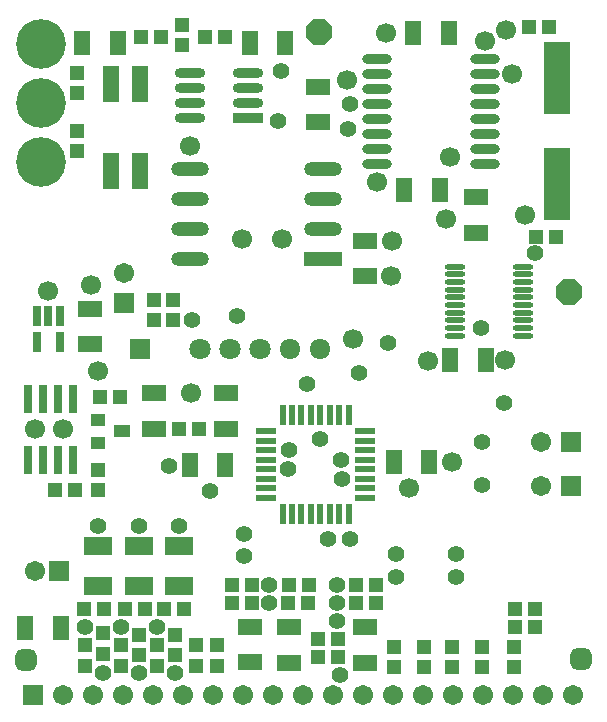
<source format=gts>
G04 Layer_Color=8388736*
%FSLAX44Y44*%
%MOMM*%
G71*
G01*
G75*
%ADD51R,2.3368X1.6256*%
%ADD52R,1.4532X3.0532*%
%ADD53R,2.2032X6.2032*%
%ADD54R,1.3032X1.2032*%
%ADD55R,1.2032X1.3032*%
%ADD56R,1.4224X2.0828*%
%ADD57R,0.7532X1.6532*%
%ADD58R,0.7532X1.6532*%
%ADD59R,0.8032X2.4032*%
%ADD60R,0.8032X2.4032*%
%ADD61R,0.6000X1.7500*%
%ADD62R,1.7500X0.6000*%
%ADD63O,3.2032X1.2032*%
%ADD64R,3.2032X1.2032*%
%ADD65O,2.5908X0.8382*%
%ADD66R,2.5908X0.8382*%
%ADD67O,2.5032X0.8032*%
%ADD68O,1.8000X0.4500*%
%ADD69R,2.0828X1.4224*%
%ADD70R,1.4732X1.0668*%
%ADD71R,1.2192X1.0668*%
G04:AMPARAMS|DCode=72|XSize=1.8032mm|YSize=1.8032mm|CornerRadius=0.5016mm|HoleSize=0mm|Usage=FLASHONLY|Rotation=0.000|XOffset=0mm|YOffset=0mm|HoleType=Round|Shape=RoundedRectangle|*
%AMROUNDEDRECTD72*
21,1,1.8032,0.8000,0,0,0.0*
21,1,0.8000,1.8032,0,0,0.0*
1,1,1.0032,0.4000,-0.4000*
1,1,1.0032,-0.4000,-0.4000*
1,1,1.0032,-0.4000,0.4000*
1,1,1.0032,0.4000,0.4000*
%
%ADD72ROUNDEDRECTD72*%
%ADD73C,1.7032*%
%ADD74R,1.7032X1.7032*%
%ADD75R,1.7032X1.7032*%
%ADD76R,1.8032X1.8032*%
%ADD77C,1.8032*%
%ADD78O,1.7032X1.8032*%
%ADD79C,4.2032*%
%ADD80P,2.3847X8X22.5*%
%ADD81C,1.4000*%
%ADD82C,1.7000*%
D51*
X144780Y146558D02*
D03*
Y113030D02*
D03*
X110490D02*
D03*
Y146558D02*
D03*
X76200D02*
D03*
Y113030D02*
D03*
D52*
X111773Y464454D02*
D03*
Y537954D02*
D03*
X86773D02*
D03*
Y464454D02*
D03*
D53*
X464820Y543560D02*
D03*
Y453560D02*
D03*
D54*
X189230Y99060D02*
D03*
X206230D02*
D03*
X237000D02*
D03*
X254000D02*
D03*
X311150D02*
D03*
X294150D02*
D03*
X445770Y93980D02*
D03*
X428770D02*
D03*
X279400Y53340D02*
D03*
X262400D02*
D03*
X56370Y194380D02*
D03*
X39370D02*
D03*
X77470Y273120D02*
D03*
X94470D02*
D03*
X161780Y246380D02*
D03*
X144780D02*
D03*
X129540Y577850D02*
D03*
X112540D02*
D03*
X183370D02*
D03*
X166370D02*
D03*
X206230Y114300D02*
D03*
X189230D02*
D03*
X254490D02*
D03*
X237490D02*
D03*
X279400Y68580D02*
D03*
X262400D02*
D03*
X311150Y114300D02*
D03*
X294150D02*
D03*
X445770Y78740D02*
D03*
X428770D02*
D03*
X148590Y93980D02*
D03*
X131590D02*
D03*
X115570D02*
D03*
X98570D02*
D03*
X64280D02*
D03*
X81280D02*
D03*
X457690Y586740D02*
D03*
X440690D02*
D03*
X446550Y408940D02*
D03*
X463550D02*
D03*
D55*
X326390Y61450D02*
D03*
Y44450D02*
D03*
X351790D02*
D03*
Y61450D02*
D03*
X427990D02*
D03*
Y44450D02*
D03*
X125730Y45720D02*
D03*
Y62720D02*
D03*
X140970Y54610D02*
D03*
Y71610D02*
D03*
X123410Y338350D02*
D03*
Y355350D02*
D03*
X76200Y211310D02*
D03*
Y194310D02*
D03*
X95250Y62720D02*
D03*
Y45720D02*
D03*
X110490Y54610D02*
D03*
Y71610D02*
D03*
X64770Y45720D02*
D03*
Y62720D02*
D03*
X80010Y55880D02*
D03*
Y72880D02*
D03*
X401320Y61450D02*
D03*
Y44450D02*
D03*
X375920D02*
D03*
Y61450D02*
D03*
X176530Y62720D02*
D03*
Y45720D02*
D03*
X158750Y62720D02*
D03*
Y45720D02*
D03*
X58748Y547564D02*
D03*
Y530564D02*
D03*
X139909Y338512D02*
D03*
Y355512D02*
D03*
X147386Y587728D02*
D03*
Y570728D02*
D03*
X58420Y481330D02*
D03*
Y498330D02*
D03*
D56*
X342947Y581334D02*
D03*
X372919D02*
D03*
X335280Y448310D02*
D03*
X365252D02*
D03*
X92710Y572770D02*
D03*
X62738D02*
D03*
X234442D02*
D03*
X204470D02*
D03*
X154064Y215222D02*
D03*
X184036D02*
D03*
X356362Y218440D02*
D03*
X326390D02*
D03*
X14478Y77470D02*
D03*
X44450D02*
D03*
X404343Y304389D02*
D03*
X374371D02*
D03*
D57*
X43605Y341297D02*
D03*
X34105Y341297D02*
D03*
X24605Y319797D02*
D03*
X43605D02*
D03*
D58*
X24605Y341297D02*
D03*
D59*
X41910Y219780D02*
D03*
X29210Y219780D02*
D03*
X16510Y219780D02*
D03*
X54610Y219780D02*
D03*
X16510Y271780D02*
D03*
X29210D02*
D03*
X41910D02*
D03*
D60*
X54610D02*
D03*
D61*
X288350Y173900D02*
D03*
X280350D02*
D03*
X272350D02*
D03*
X264350D02*
D03*
X256350D02*
D03*
X248350D02*
D03*
X240350D02*
D03*
X232350D02*
D03*
Y257900D02*
D03*
X240350D02*
D03*
X248350D02*
D03*
X256350D02*
D03*
X264350D02*
D03*
X272350D02*
D03*
X280350D02*
D03*
X288350D02*
D03*
D62*
X218350Y187900D02*
D03*
Y195900D02*
D03*
Y203900D02*
D03*
Y211900D02*
D03*
Y219900D02*
D03*
Y227900D02*
D03*
Y235900D02*
D03*
Y243900D02*
D03*
X302350D02*
D03*
Y235900D02*
D03*
Y227900D02*
D03*
Y219900D02*
D03*
Y211900D02*
D03*
Y203900D02*
D03*
Y195900D02*
D03*
Y187900D02*
D03*
D63*
X154310Y440858D02*
D03*
Y466258D02*
D03*
X266310D02*
D03*
Y440858D02*
D03*
Y415458D02*
D03*
X154310D02*
D03*
Y390058D02*
D03*
D64*
X266310D02*
D03*
D65*
X153670Y509270D02*
D03*
Y521970D02*
D03*
Y534670D02*
D03*
Y547370D02*
D03*
X203454D02*
D03*
Y534670D02*
D03*
Y521970D02*
D03*
D66*
Y509270D02*
D03*
D67*
X403455Y470184D02*
D03*
Y482884D02*
D03*
Y495584D02*
D03*
Y508284D02*
D03*
Y520984D02*
D03*
Y533684D02*
D03*
Y546384D02*
D03*
Y559084D02*
D03*
X312455Y470184D02*
D03*
Y482884D02*
D03*
Y495584D02*
D03*
Y508284D02*
D03*
Y520984D02*
D03*
Y533684D02*
D03*
Y546384D02*
D03*
Y559084D02*
D03*
D68*
X435610Y325040D02*
D03*
Y331540D02*
D03*
Y338040D02*
D03*
Y344540D02*
D03*
Y351040D02*
D03*
Y357540D02*
D03*
Y364040D02*
D03*
Y370540D02*
D03*
Y377040D02*
D03*
Y383540D02*
D03*
X378610Y325040D02*
D03*
Y331540D02*
D03*
Y338040D02*
D03*
Y344540D02*
D03*
Y351040D02*
D03*
Y357540D02*
D03*
Y364040D02*
D03*
Y370540D02*
D03*
Y377040D02*
D03*
Y383540D02*
D03*
D69*
X204470Y78740D02*
D03*
Y48768D02*
D03*
X237490Y78232D02*
D03*
Y48260D02*
D03*
X302260Y78232D02*
D03*
Y48260D02*
D03*
X184150Y276352D02*
D03*
Y246380D02*
D03*
X302521Y375302D02*
D03*
Y405274D02*
D03*
X395848Y442263D02*
D03*
Y412291D02*
D03*
X123190Y246380D02*
D03*
Y276352D02*
D03*
X69168Y347901D02*
D03*
Y317929D02*
D03*
X262590Y535874D02*
D03*
Y505902D02*
D03*
D70*
X96520Y243910D02*
D03*
D71*
X76454Y234512D02*
D03*
Y253308D02*
D03*
D72*
X484723Y51238D02*
D03*
X15240Y50800D02*
D03*
D73*
X98360Y378015D02*
D03*
X450850Y234950D02*
D03*
Y198120D02*
D03*
X23180Y125730D02*
D03*
X351200Y21000D02*
D03*
X46400D02*
D03*
X71800D02*
D03*
X97200D02*
D03*
X122600D02*
D03*
X148000D02*
D03*
X173400D02*
D03*
X198800D02*
D03*
X224200D02*
D03*
X249600D02*
D03*
X275000D02*
D03*
X300400D02*
D03*
X325800D02*
D03*
X376600D02*
D03*
X402000D02*
D03*
X478200D02*
D03*
X427400D02*
D03*
X452800D02*
D03*
D74*
X98360Y352615D02*
D03*
D75*
X476250Y234950D02*
D03*
Y198120D02*
D03*
X43180Y125730D02*
D03*
X21000Y21000D02*
D03*
D76*
X111760Y313690D02*
D03*
D77*
X187960D02*
D03*
X213360D02*
D03*
X162560D02*
D03*
D78*
X238760D02*
D03*
X264160D02*
D03*
D79*
X28000Y572000D02*
D03*
Y522000D02*
D03*
Y472000D02*
D03*
D80*
X263000Y582500D02*
D03*
X474998Y362250D02*
D03*
D81*
X171174Y193426D02*
D03*
X199474Y156769D02*
D03*
X199725Y138828D02*
D03*
X264350Y237116D02*
D03*
X289501Y153212D02*
D03*
X238190Y227900D02*
D03*
X282510Y203900D02*
D03*
X282130Y219900D02*
D03*
X144780Y163830D02*
D03*
X110490D02*
D03*
X76200D02*
D03*
X237300Y211900D02*
D03*
X280670Y38100D02*
D03*
X220980Y99060D02*
D03*
Y114300D02*
D03*
X64770Y78740D02*
D03*
X125730D02*
D03*
X95250D02*
D03*
X140970Y39370D02*
D03*
X110490D02*
D03*
X80010D02*
D03*
X253294Y284478D02*
D03*
X289346Y520984D02*
D03*
X230699Y549057D02*
D03*
X228782Y507024D02*
D03*
X287480Y499945D02*
D03*
X193531Y341974D02*
D03*
X401198Y198440D02*
D03*
Y235072D02*
D03*
X400573Y331581D02*
D03*
X419951Y267988D02*
D03*
X136627Y214715D02*
D03*
X155605Y338512D02*
D03*
X328364Y120810D02*
D03*
X328044Y139951D02*
D03*
X379350Y120358D02*
D03*
X379179Y139771D02*
D03*
X446503Y394898D02*
D03*
X278588Y114342D02*
D03*
X278430Y99023D02*
D03*
X278746Y83071D02*
D03*
X271090Y152614D02*
D03*
X296851Y293133D02*
D03*
X321286Y318857D02*
D03*
D82*
X154743Y276102D02*
D03*
X324755Y405274D02*
D03*
X323978Y375302D02*
D03*
X34105Y363208D02*
D03*
X69987Y367818D02*
D03*
X22647Y245710D02*
D03*
X154310Y485360D02*
D03*
X286901Y541089D02*
D03*
X312455Y454837D02*
D03*
X403455Y574748D02*
D03*
X427044Y546384D02*
D03*
X373936Y476062D02*
D03*
X355546Y303925D02*
D03*
X420994Y304389D02*
D03*
X375877Y218176D02*
D03*
X339823Y195965D02*
D03*
X370804Y423958D02*
D03*
X75743Y294864D02*
D03*
X46570Y245779D02*
D03*
X320240Y581465D02*
D03*
X421464Y584008D02*
D03*
X437346Y426800D02*
D03*
X231488Y406766D02*
D03*
X198344Y406522D02*
D03*
X292242Y322298D02*
D03*
M02*

</source>
